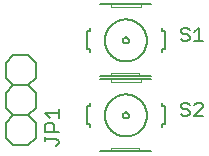
<source format=gto>
G75*
%MOIN*%
%OFA0B0*%
%FSLAX25Y25*%
%IPPOS*%
%LPD*%
%AMOC8*
5,1,8,0,0,1.08239X$1,22.5*
%
%ADD10C,0.00600*%
%ADD11C,0.00500*%
%ADD12C,0.00200*%
D10*
X0006800Y0009300D02*
X0009300Y0006800D01*
X0014300Y0006800D01*
X0016800Y0009300D01*
X0016800Y0014300D01*
X0014300Y0016800D01*
X0016800Y0019300D01*
X0016800Y0024300D01*
X0014300Y0026800D01*
X0016800Y0029300D01*
X0016800Y0034300D01*
X0014300Y0036800D01*
X0009300Y0036800D01*
X0006800Y0034300D01*
X0006800Y0029300D01*
X0009300Y0026800D01*
X0014300Y0026800D01*
X0009300Y0026800D02*
X0006800Y0024300D01*
X0006800Y0019300D01*
X0009300Y0016800D01*
X0014300Y0016800D01*
X0009300Y0016800D02*
X0006800Y0014300D01*
X0006800Y0009300D01*
X0033800Y0013800D02*
X0034800Y0013800D01*
X0034800Y0012800D01*
X0033800Y0013800D02*
X0033800Y0019800D01*
X0034800Y0019800D01*
X0034800Y0020800D01*
X0038300Y0028800D02*
X0041800Y0028800D01*
X0051800Y0028800D01*
X0055300Y0028800D01*
X0055300Y0029800D02*
X0051300Y0029800D01*
X0041800Y0029800D01*
X0038300Y0029800D01*
X0034800Y0037800D02*
X0034800Y0038800D01*
X0033800Y0038800D01*
X0033800Y0044800D01*
X0034800Y0044800D01*
X0034800Y0045800D01*
X0038300Y0053800D02*
X0041800Y0053800D01*
X0051800Y0053800D01*
X0055300Y0053800D01*
X0058800Y0045800D02*
X0058800Y0044800D01*
X0059800Y0044800D01*
X0059800Y0038800D01*
X0058800Y0038800D01*
X0058800Y0037800D01*
X0045800Y0041800D02*
X0045802Y0041863D01*
X0045808Y0041925D01*
X0045818Y0041987D01*
X0045831Y0042049D01*
X0045849Y0042109D01*
X0045870Y0042168D01*
X0045895Y0042226D01*
X0045924Y0042282D01*
X0045956Y0042336D01*
X0045991Y0042388D01*
X0046029Y0042437D01*
X0046071Y0042485D01*
X0046115Y0042529D01*
X0046163Y0042571D01*
X0046212Y0042609D01*
X0046264Y0042644D01*
X0046318Y0042676D01*
X0046374Y0042705D01*
X0046432Y0042730D01*
X0046491Y0042751D01*
X0046551Y0042769D01*
X0046613Y0042782D01*
X0046675Y0042792D01*
X0046737Y0042798D01*
X0046800Y0042800D01*
X0046863Y0042798D01*
X0046925Y0042792D01*
X0046987Y0042782D01*
X0047049Y0042769D01*
X0047109Y0042751D01*
X0047168Y0042730D01*
X0047226Y0042705D01*
X0047282Y0042676D01*
X0047336Y0042644D01*
X0047388Y0042609D01*
X0047437Y0042571D01*
X0047485Y0042529D01*
X0047529Y0042485D01*
X0047571Y0042437D01*
X0047609Y0042388D01*
X0047644Y0042336D01*
X0047676Y0042282D01*
X0047705Y0042226D01*
X0047730Y0042168D01*
X0047751Y0042109D01*
X0047769Y0042049D01*
X0047782Y0041987D01*
X0047792Y0041925D01*
X0047798Y0041863D01*
X0047800Y0041800D01*
X0047798Y0041737D01*
X0047792Y0041675D01*
X0047782Y0041613D01*
X0047769Y0041551D01*
X0047751Y0041491D01*
X0047730Y0041432D01*
X0047705Y0041374D01*
X0047676Y0041318D01*
X0047644Y0041264D01*
X0047609Y0041212D01*
X0047571Y0041163D01*
X0047529Y0041115D01*
X0047485Y0041071D01*
X0047437Y0041029D01*
X0047388Y0040991D01*
X0047336Y0040956D01*
X0047282Y0040924D01*
X0047226Y0040895D01*
X0047168Y0040870D01*
X0047109Y0040849D01*
X0047049Y0040831D01*
X0046987Y0040818D01*
X0046925Y0040808D01*
X0046863Y0040802D01*
X0046800Y0040800D01*
X0046737Y0040802D01*
X0046675Y0040808D01*
X0046613Y0040818D01*
X0046551Y0040831D01*
X0046491Y0040849D01*
X0046432Y0040870D01*
X0046374Y0040895D01*
X0046318Y0040924D01*
X0046264Y0040956D01*
X0046212Y0040991D01*
X0046163Y0041029D01*
X0046115Y0041071D01*
X0046071Y0041115D01*
X0046029Y0041163D01*
X0045991Y0041212D01*
X0045956Y0041264D01*
X0045924Y0041318D01*
X0045895Y0041374D01*
X0045870Y0041432D01*
X0045849Y0041491D01*
X0045831Y0041551D01*
X0045818Y0041613D01*
X0045808Y0041675D01*
X0045802Y0041737D01*
X0045800Y0041800D01*
X0039800Y0041800D02*
X0039802Y0041972D01*
X0039808Y0042143D01*
X0039819Y0042315D01*
X0039834Y0042486D01*
X0039853Y0042657D01*
X0039876Y0042827D01*
X0039903Y0042997D01*
X0039935Y0043166D01*
X0039970Y0043334D01*
X0040010Y0043501D01*
X0040054Y0043667D01*
X0040101Y0043832D01*
X0040153Y0043996D01*
X0040209Y0044158D01*
X0040269Y0044319D01*
X0040333Y0044479D01*
X0040401Y0044637D01*
X0040472Y0044793D01*
X0040547Y0044947D01*
X0040627Y0045100D01*
X0040709Y0045250D01*
X0040796Y0045399D01*
X0040886Y0045545D01*
X0040980Y0045689D01*
X0041077Y0045831D01*
X0041178Y0045970D01*
X0041282Y0046107D01*
X0041389Y0046241D01*
X0041500Y0046372D01*
X0041613Y0046501D01*
X0041730Y0046627D01*
X0041850Y0046750D01*
X0041973Y0046870D01*
X0042099Y0046987D01*
X0042228Y0047100D01*
X0042359Y0047211D01*
X0042493Y0047318D01*
X0042630Y0047422D01*
X0042769Y0047523D01*
X0042911Y0047620D01*
X0043055Y0047714D01*
X0043201Y0047804D01*
X0043350Y0047891D01*
X0043500Y0047973D01*
X0043653Y0048053D01*
X0043807Y0048128D01*
X0043963Y0048199D01*
X0044121Y0048267D01*
X0044281Y0048331D01*
X0044442Y0048391D01*
X0044604Y0048447D01*
X0044768Y0048499D01*
X0044933Y0048546D01*
X0045099Y0048590D01*
X0045266Y0048630D01*
X0045434Y0048665D01*
X0045603Y0048697D01*
X0045773Y0048724D01*
X0045943Y0048747D01*
X0046114Y0048766D01*
X0046285Y0048781D01*
X0046457Y0048792D01*
X0046628Y0048798D01*
X0046800Y0048800D01*
X0046972Y0048798D01*
X0047143Y0048792D01*
X0047315Y0048781D01*
X0047486Y0048766D01*
X0047657Y0048747D01*
X0047827Y0048724D01*
X0047997Y0048697D01*
X0048166Y0048665D01*
X0048334Y0048630D01*
X0048501Y0048590D01*
X0048667Y0048546D01*
X0048832Y0048499D01*
X0048996Y0048447D01*
X0049158Y0048391D01*
X0049319Y0048331D01*
X0049479Y0048267D01*
X0049637Y0048199D01*
X0049793Y0048128D01*
X0049947Y0048053D01*
X0050100Y0047973D01*
X0050250Y0047891D01*
X0050399Y0047804D01*
X0050545Y0047714D01*
X0050689Y0047620D01*
X0050831Y0047523D01*
X0050970Y0047422D01*
X0051107Y0047318D01*
X0051241Y0047211D01*
X0051372Y0047100D01*
X0051501Y0046987D01*
X0051627Y0046870D01*
X0051750Y0046750D01*
X0051870Y0046627D01*
X0051987Y0046501D01*
X0052100Y0046372D01*
X0052211Y0046241D01*
X0052318Y0046107D01*
X0052422Y0045970D01*
X0052523Y0045831D01*
X0052620Y0045689D01*
X0052714Y0045545D01*
X0052804Y0045399D01*
X0052891Y0045250D01*
X0052973Y0045100D01*
X0053053Y0044947D01*
X0053128Y0044793D01*
X0053199Y0044637D01*
X0053267Y0044479D01*
X0053331Y0044319D01*
X0053391Y0044158D01*
X0053447Y0043996D01*
X0053499Y0043832D01*
X0053546Y0043667D01*
X0053590Y0043501D01*
X0053630Y0043334D01*
X0053665Y0043166D01*
X0053697Y0042997D01*
X0053724Y0042827D01*
X0053747Y0042657D01*
X0053766Y0042486D01*
X0053781Y0042315D01*
X0053792Y0042143D01*
X0053798Y0041972D01*
X0053800Y0041800D01*
X0053798Y0041628D01*
X0053792Y0041457D01*
X0053781Y0041285D01*
X0053766Y0041114D01*
X0053747Y0040943D01*
X0053724Y0040773D01*
X0053697Y0040603D01*
X0053665Y0040434D01*
X0053630Y0040266D01*
X0053590Y0040099D01*
X0053546Y0039933D01*
X0053499Y0039768D01*
X0053447Y0039604D01*
X0053391Y0039442D01*
X0053331Y0039281D01*
X0053267Y0039121D01*
X0053199Y0038963D01*
X0053128Y0038807D01*
X0053053Y0038653D01*
X0052973Y0038500D01*
X0052891Y0038350D01*
X0052804Y0038201D01*
X0052714Y0038055D01*
X0052620Y0037911D01*
X0052523Y0037769D01*
X0052422Y0037630D01*
X0052318Y0037493D01*
X0052211Y0037359D01*
X0052100Y0037228D01*
X0051987Y0037099D01*
X0051870Y0036973D01*
X0051750Y0036850D01*
X0051627Y0036730D01*
X0051501Y0036613D01*
X0051372Y0036500D01*
X0051241Y0036389D01*
X0051107Y0036282D01*
X0050970Y0036178D01*
X0050831Y0036077D01*
X0050689Y0035980D01*
X0050545Y0035886D01*
X0050399Y0035796D01*
X0050250Y0035709D01*
X0050100Y0035627D01*
X0049947Y0035547D01*
X0049793Y0035472D01*
X0049637Y0035401D01*
X0049479Y0035333D01*
X0049319Y0035269D01*
X0049158Y0035209D01*
X0048996Y0035153D01*
X0048832Y0035101D01*
X0048667Y0035054D01*
X0048501Y0035010D01*
X0048334Y0034970D01*
X0048166Y0034935D01*
X0047997Y0034903D01*
X0047827Y0034876D01*
X0047657Y0034853D01*
X0047486Y0034834D01*
X0047315Y0034819D01*
X0047143Y0034808D01*
X0046972Y0034802D01*
X0046800Y0034800D01*
X0046628Y0034802D01*
X0046457Y0034808D01*
X0046285Y0034819D01*
X0046114Y0034834D01*
X0045943Y0034853D01*
X0045773Y0034876D01*
X0045603Y0034903D01*
X0045434Y0034935D01*
X0045266Y0034970D01*
X0045099Y0035010D01*
X0044933Y0035054D01*
X0044768Y0035101D01*
X0044604Y0035153D01*
X0044442Y0035209D01*
X0044281Y0035269D01*
X0044121Y0035333D01*
X0043963Y0035401D01*
X0043807Y0035472D01*
X0043653Y0035547D01*
X0043500Y0035627D01*
X0043350Y0035709D01*
X0043201Y0035796D01*
X0043055Y0035886D01*
X0042911Y0035980D01*
X0042769Y0036077D01*
X0042630Y0036178D01*
X0042493Y0036282D01*
X0042359Y0036389D01*
X0042228Y0036500D01*
X0042099Y0036613D01*
X0041973Y0036730D01*
X0041850Y0036850D01*
X0041730Y0036973D01*
X0041613Y0037099D01*
X0041500Y0037228D01*
X0041389Y0037359D01*
X0041282Y0037493D01*
X0041178Y0037630D01*
X0041077Y0037769D01*
X0040980Y0037911D01*
X0040886Y0038055D01*
X0040796Y0038201D01*
X0040709Y0038350D01*
X0040627Y0038500D01*
X0040547Y0038653D01*
X0040472Y0038807D01*
X0040401Y0038963D01*
X0040333Y0039121D01*
X0040269Y0039281D01*
X0040209Y0039442D01*
X0040153Y0039604D01*
X0040101Y0039768D01*
X0040054Y0039933D01*
X0040010Y0040099D01*
X0039970Y0040266D01*
X0039935Y0040434D01*
X0039903Y0040603D01*
X0039876Y0040773D01*
X0039853Y0040943D01*
X0039834Y0041114D01*
X0039819Y0041285D01*
X0039808Y0041457D01*
X0039802Y0041628D01*
X0039800Y0041800D01*
X0058800Y0020800D02*
X0058800Y0019800D01*
X0059800Y0019800D01*
X0059800Y0013800D01*
X0058800Y0013800D01*
X0058800Y0012800D01*
X0055300Y0004800D02*
X0051300Y0004800D01*
X0041800Y0004800D01*
X0038300Y0004800D01*
X0045800Y0016800D02*
X0045802Y0016863D01*
X0045808Y0016925D01*
X0045818Y0016987D01*
X0045831Y0017049D01*
X0045849Y0017109D01*
X0045870Y0017168D01*
X0045895Y0017226D01*
X0045924Y0017282D01*
X0045956Y0017336D01*
X0045991Y0017388D01*
X0046029Y0017437D01*
X0046071Y0017485D01*
X0046115Y0017529D01*
X0046163Y0017571D01*
X0046212Y0017609D01*
X0046264Y0017644D01*
X0046318Y0017676D01*
X0046374Y0017705D01*
X0046432Y0017730D01*
X0046491Y0017751D01*
X0046551Y0017769D01*
X0046613Y0017782D01*
X0046675Y0017792D01*
X0046737Y0017798D01*
X0046800Y0017800D01*
X0046863Y0017798D01*
X0046925Y0017792D01*
X0046987Y0017782D01*
X0047049Y0017769D01*
X0047109Y0017751D01*
X0047168Y0017730D01*
X0047226Y0017705D01*
X0047282Y0017676D01*
X0047336Y0017644D01*
X0047388Y0017609D01*
X0047437Y0017571D01*
X0047485Y0017529D01*
X0047529Y0017485D01*
X0047571Y0017437D01*
X0047609Y0017388D01*
X0047644Y0017336D01*
X0047676Y0017282D01*
X0047705Y0017226D01*
X0047730Y0017168D01*
X0047751Y0017109D01*
X0047769Y0017049D01*
X0047782Y0016987D01*
X0047792Y0016925D01*
X0047798Y0016863D01*
X0047800Y0016800D01*
X0047798Y0016737D01*
X0047792Y0016675D01*
X0047782Y0016613D01*
X0047769Y0016551D01*
X0047751Y0016491D01*
X0047730Y0016432D01*
X0047705Y0016374D01*
X0047676Y0016318D01*
X0047644Y0016264D01*
X0047609Y0016212D01*
X0047571Y0016163D01*
X0047529Y0016115D01*
X0047485Y0016071D01*
X0047437Y0016029D01*
X0047388Y0015991D01*
X0047336Y0015956D01*
X0047282Y0015924D01*
X0047226Y0015895D01*
X0047168Y0015870D01*
X0047109Y0015849D01*
X0047049Y0015831D01*
X0046987Y0015818D01*
X0046925Y0015808D01*
X0046863Y0015802D01*
X0046800Y0015800D01*
X0046737Y0015802D01*
X0046675Y0015808D01*
X0046613Y0015818D01*
X0046551Y0015831D01*
X0046491Y0015849D01*
X0046432Y0015870D01*
X0046374Y0015895D01*
X0046318Y0015924D01*
X0046264Y0015956D01*
X0046212Y0015991D01*
X0046163Y0016029D01*
X0046115Y0016071D01*
X0046071Y0016115D01*
X0046029Y0016163D01*
X0045991Y0016212D01*
X0045956Y0016264D01*
X0045924Y0016318D01*
X0045895Y0016374D01*
X0045870Y0016432D01*
X0045849Y0016491D01*
X0045831Y0016551D01*
X0045818Y0016613D01*
X0045808Y0016675D01*
X0045802Y0016737D01*
X0045800Y0016800D01*
X0039800Y0016800D02*
X0039802Y0016972D01*
X0039808Y0017143D01*
X0039819Y0017315D01*
X0039834Y0017486D01*
X0039853Y0017657D01*
X0039876Y0017827D01*
X0039903Y0017997D01*
X0039935Y0018166D01*
X0039970Y0018334D01*
X0040010Y0018501D01*
X0040054Y0018667D01*
X0040101Y0018832D01*
X0040153Y0018996D01*
X0040209Y0019158D01*
X0040269Y0019319D01*
X0040333Y0019479D01*
X0040401Y0019637D01*
X0040472Y0019793D01*
X0040547Y0019947D01*
X0040627Y0020100D01*
X0040709Y0020250D01*
X0040796Y0020399D01*
X0040886Y0020545D01*
X0040980Y0020689D01*
X0041077Y0020831D01*
X0041178Y0020970D01*
X0041282Y0021107D01*
X0041389Y0021241D01*
X0041500Y0021372D01*
X0041613Y0021501D01*
X0041730Y0021627D01*
X0041850Y0021750D01*
X0041973Y0021870D01*
X0042099Y0021987D01*
X0042228Y0022100D01*
X0042359Y0022211D01*
X0042493Y0022318D01*
X0042630Y0022422D01*
X0042769Y0022523D01*
X0042911Y0022620D01*
X0043055Y0022714D01*
X0043201Y0022804D01*
X0043350Y0022891D01*
X0043500Y0022973D01*
X0043653Y0023053D01*
X0043807Y0023128D01*
X0043963Y0023199D01*
X0044121Y0023267D01*
X0044281Y0023331D01*
X0044442Y0023391D01*
X0044604Y0023447D01*
X0044768Y0023499D01*
X0044933Y0023546D01*
X0045099Y0023590D01*
X0045266Y0023630D01*
X0045434Y0023665D01*
X0045603Y0023697D01*
X0045773Y0023724D01*
X0045943Y0023747D01*
X0046114Y0023766D01*
X0046285Y0023781D01*
X0046457Y0023792D01*
X0046628Y0023798D01*
X0046800Y0023800D01*
X0046972Y0023798D01*
X0047143Y0023792D01*
X0047315Y0023781D01*
X0047486Y0023766D01*
X0047657Y0023747D01*
X0047827Y0023724D01*
X0047997Y0023697D01*
X0048166Y0023665D01*
X0048334Y0023630D01*
X0048501Y0023590D01*
X0048667Y0023546D01*
X0048832Y0023499D01*
X0048996Y0023447D01*
X0049158Y0023391D01*
X0049319Y0023331D01*
X0049479Y0023267D01*
X0049637Y0023199D01*
X0049793Y0023128D01*
X0049947Y0023053D01*
X0050100Y0022973D01*
X0050250Y0022891D01*
X0050399Y0022804D01*
X0050545Y0022714D01*
X0050689Y0022620D01*
X0050831Y0022523D01*
X0050970Y0022422D01*
X0051107Y0022318D01*
X0051241Y0022211D01*
X0051372Y0022100D01*
X0051501Y0021987D01*
X0051627Y0021870D01*
X0051750Y0021750D01*
X0051870Y0021627D01*
X0051987Y0021501D01*
X0052100Y0021372D01*
X0052211Y0021241D01*
X0052318Y0021107D01*
X0052422Y0020970D01*
X0052523Y0020831D01*
X0052620Y0020689D01*
X0052714Y0020545D01*
X0052804Y0020399D01*
X0052891Y0020250D01*
X0052973Y0020100D01*
X0053053Y0019947D01*
X0053128Y0019793D01*
X0053199Y0019637D01*
X0053267Y0019479D01*
X0053331Y0019319D01*
X0053391Y0019158D01*
X0053447Y0018996D01*
X0053499Y0018832D01*
X0053546Y0018667D01*
X0053590Y0018501D01*
X0053630Y0018334D01*
X0053665Y0018166D01*
X0053697Y0017997D01*
X0053724Y0017827D01*
X0053747Y0017657D01*
X0053766Y0017486D01*
X0053781Y0017315D01*
X0053792Y0017143D01*
X0053798Y0016972D01*
X0053800Y0016800D01*
X0053798Y0016628D01*
X0053792Y0016457D01*
X0053781Y0016285D01*
X0053766Y0016114D01*
X0053747Y0015943D01*
X0053724Y0015773D01*
X0053697Y0015603D01*
X0053665Y0015434D01*
X0053630Y0015266D01*
X0053590Y0015099D01*
X0053546Y0014933D01*
X0053499Y0014768D01*
X0053447Y0014604D01*
X0053391Y0014442D01*
X0053331Y0014281D01*
X0053267Y0014121D01*
X0053199Y0013963D01*
X0053128Y0013807D01*
X0053053Y0013653D01*
X0052973Y0013500D01*
X0052891Y0013350D01*
X0052804Y0013201D01*
X0052714Y0013055D01*
X0052620Y0012911D01*
X0052523Y0012769D01*
X0052422Y0012630D01*
X0052318Y0012493D01*
X0052211Y0012359D01*
X0052100Y0012228D01*
X0051987Y0012099D01*
X0051870Y0011973D01*
X0051750Y0011850D01*
X0051627Y0011730D01*
X0051501Y0011613D01*
X0051372Y0011500D01*
X0051241Y0011389D01*
X0051107Y0011282D01*
X0050970Y0011178D01*
X0050831Y0011077D01*
X0050689Y0010980D01*
X0050545Y0010886D01*
X0050399Y0010796D01*
X0050250Y0010709D01*
X0050100Y0010627D01*
X0049947Y0010547D01*
X0049793Y0010472D01*
X0049637Y0010401D01*
X0049479Y0010333D01*
X0049319Y0010269D01*
X0049158Y0010209D01*
X0048996Y0010153D01*
X0048832Y0010101D01*
X0048667Y0010054D01*
X0048501Y0010010D01*
X0048334Y0009970D01*
X0048166Y0009935D01*
X0047997Y0009903D01*
X0047827Y0009876D01*
X0047657Y0009853D01*
X0047486Y0009834D01*
X0047315Y0009819D01*
X0047143Y0009808D01*
X0046972Y0009802D01*
X0046800Y0009800D01*
X0046628Y0009802D01*
X0046457Y0009808D01*
X0046285Y0009819D01*
X0046114Y0009834D01*
X0045943Y0009853D01*
X0045773Y0009876D01*
X0045603Y0009903D01*
X0045434Y0009935D01*
X0045266Y0009970D01*
X0045099Y0010010D01*
X0044933Y0010054D01*
X0044768Y0010101D01*
X0044604Y0010153D01*
X0044442Y0010209D01*
X0044281Y0010269D01*
X0044121Y0010333D01*
X0043963Y0010401D01*
X0043807Y0010472D01*
X0043653Y0010547D01*
X0043500Y0010627D01*
X0043350Y0010709D01*
X0043201Y0010796D01*
X0043055Y0010886D01*
X0042911Y0010980D01*
X0042769Y0011077D01*
X0042630Y0011178D01*
X0042493Y0011282D01*
X0042359Y0011389D01*
X0042228Y0011500D01*
X0042099Y0011613D01*
X0041973Y0011730D01*
X0041850Y0011850D01*
X0041730Y0011973D01*
X0041613Y0012099D01*
X0041500Y0012228D01*
X0041389Y0012359D01*
X0041282Y0012493D01*
X0041178Y0012630D01*
X0041077Y0012769D01*
X0040980Y0012911D01*
X0040886Y0013055D01*
X0040796Y0013201D01*
X0040709Y0013350D01*
X0040627Y0013500D01*
X0040547Y0013653D01*
X0040472Y0013807D01*
X0040401Y0013963D01*
X0040333Y0014121D01*
X0040269Y0014281D01*
X0040209Y0014442D01*
X0040153Y0014604D01*
X0040101Y0014768D01*
X0040054Y0014933D01*
X0040010Y0015099D01*
X0039970Y0015266D01*
X0039935Y0015434D01*
X0039903Y0015603D01*
X0039876Y0015773D01*
X0039853Y0015943D01*
X0039834Y0016114D01*
X0039819Y0016285D01*
X0039808Y0016457D01*
X0039802Y0016628D01*
X0039800Y0016800D01*
D11*
X0024350Y0017459D02*
X0019846Y0017459D01*
X0021347Y0015958D01*
X0020597Y0014356D02*
X0022098Y0014356D01*
X0022849Y0013606D01*
X0022849Y0011354D01*
X0024350Y0011354D02*
X0019846Y0011354D01*
X0019846Y0013606D01*
X0020597Y0014356D01*
X0024350Y0015958D02*
X0024350Y0018960D01*
X0019846Y0009753D02*
X0019846Y0008251D01*
X0019846Y0009002D02*
X0023599Y0009002D01*
X0024350Y0008251D01*
X0024350Y0007501D01*
X0023599Y0006750D01*
X0065050Y0017301D02*
X0065801Y0016550D01*
X0067302Y0016550D01*
X0068053Y0017301D01*
X0068053Y0018051D01*
X0067302Y0018802D01*
X0065801Y0018802D01*
X0065050Y0019553D01*
X0065050Y0020303D01*
X0065801Y0021054D01*
X0067302Y0021054D01*
X0068053Y0020303D01*
X0069654Y0020303D02*
X0070405Y0021054D01*
X0071906Y0021054D01*
X0072656Y0020303D01*
X0072656Y0019553D01*
X0069654Y0016550D01*
X0072656Y0016550D01*
X0072656Y0041550D02*
X0069654Y0041550D01*
X0071155Y0041550D02*
X0071155Y0046054D01*
X0069654Y0044553D01*
X0068053Y0045303D02*
X0067302Y0046054D01*
X0065801Y0046054D01*
X0065050Y0045303D01*
X0065050Y0044553D01*
X0065801Y0043802D01*
X0067302Y0043802D01*
X0068053Y0043051D01*
X0068053Y0042301D01*
X0067302Y0041550D01*
X0065801Y0041550D01*
X0065050Y0042301D01*
D12*
X0051800Y0052800D02*
X0051800Y0053800D01*
X0051800Y0052800D02*
X0041800Y0052800D01*
X0041800Y0053800D01*
X0041800Y0030800D02*
X0041800Y0029800D01*
X0041800Y0028800D02*
X0041800Y0027800D01*
X0051800Y0027800D01*
X0051800Y0028800D01*
X0051300Y0029800D02*
X0051300Y0030800D01*
X0041800Y0030800D01*
X0041800Y0005800D02*
X0041800Y0004800D01*
X0041800Y0005800D02*
X0051300Y0005800D01*
X0051300Y0004800D01*
M02*

</source>
